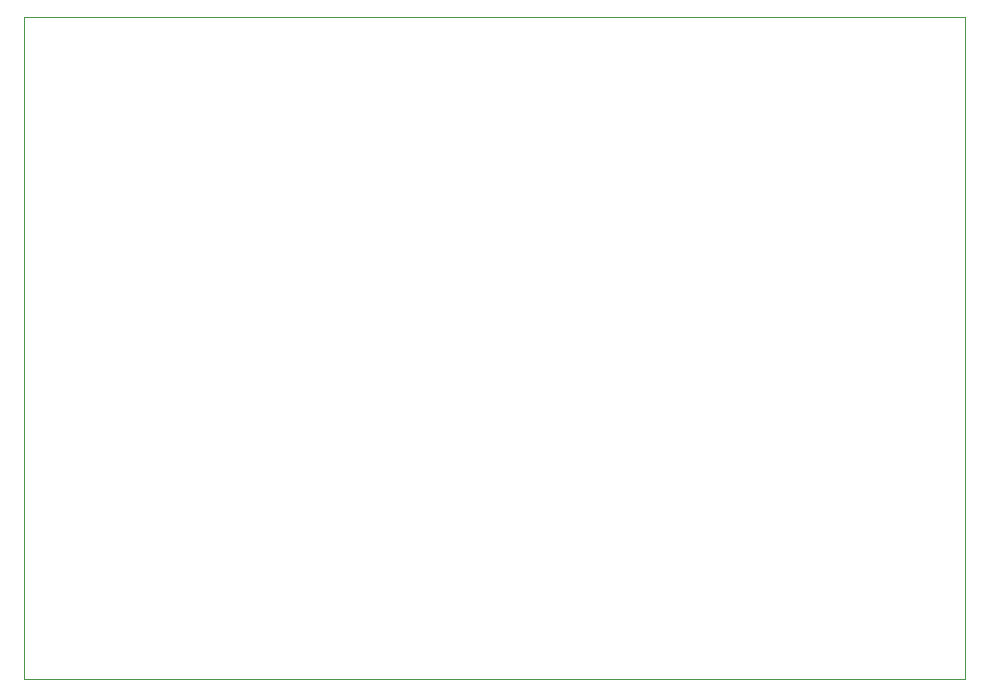
<source format=gbr>
%TF.GenerationSoftware,KiCad,Pcbnew,(5.1.6)-1*%
%TF.CreationDate,2021-05-14T12:26:57+02:00*%
%TF.ProjectId,nano1,6e616e6f-312e-46b6-9963-61645f706362,rev?*%
%TF.SameCoordinates,Original*%
%TF.FileFunction,Profile,NP*%
%FSLAX46Y46*%
G04 Gerber Fmt 4.6, Leading zero omitted, Abs format (unit mm)*
G04 Created by KiCad (PCBNEW (5.1.6)-1) date 2021-05-14 12:26:57*
%MOMM*%
%LPD*%
G01*
G04 APERTURE LIST*
%TA.AperFunction,Profile*%
%ADD10C,0.050000*%
%TD*%
G04 APERTURE END LIST*
D10*
X97271840Y-41071800D02*
X176971960Y-40995600D01*
X97271840Y-41076880D02*
X97271840Y-41081960D01*
X97297240Y-97048320D02*
X97271840Y-41076880D01*
X176971960Y-42560240D02*
X176971960Y-40995600D01*
X176931320Y-97094040D02*
X176971960Y-42560240D01*
X173969680Y-97083880D02*
X176931320Y-97094040D01*
X97292160Y-97043240D02*
X173969680Y-97083880D01*
M02*

</source>
